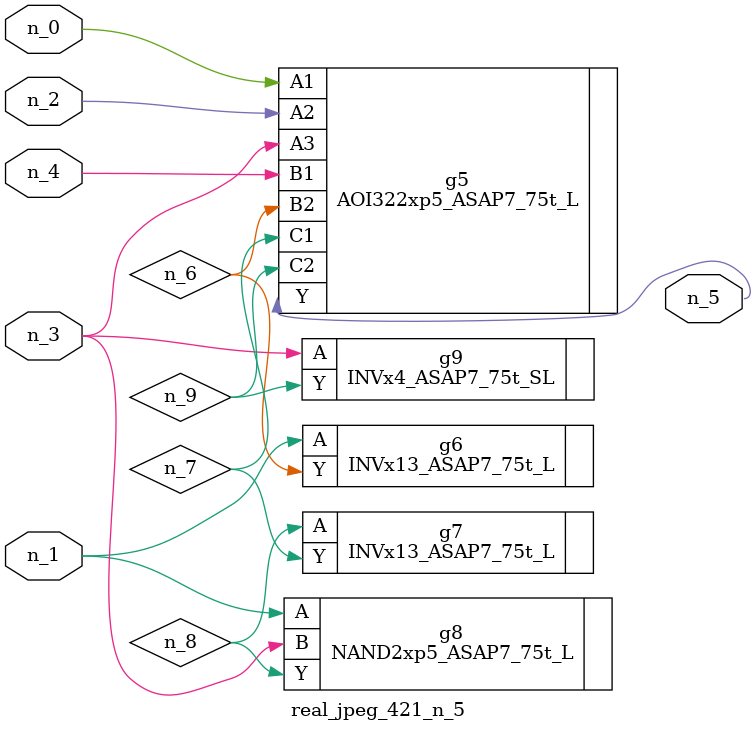
<source format=v>
module real_jpeg_421_n_5 (n_4, n_0, n_1, n_2, n_3, n_5);

input n_4;
input n_0;
input n_1;
input n_2;
input n_3;

output n_5;

wire n_8;
wire n_6;
wire n_7;
wire n_9;

AOI322xp5_ASAP7_75t_L g5 ( 
.A1(n_0),
.A2(n_2),
.A3(n_3),
.B1(n_4),
.B2(n_6),
.C1(n_7),
.C2(n_9),
.Y(n_5)
);

INVx13_ASAP7_75t_L g6 ( 
.A(n_1),
.Y(n_6)
);

NAND2xp5_ASAP7_75t_L g8 ( 
.A(n_1),
.B(n_3),
.Y(n_8)
);

INVx4_ASAP7_75t_SL g9 ( 
.A(n_3),
.Y(n_9)
);

INVx13_ASAP7_75t_L g7 ( 
.A(n_8),
.Y(n_7)
);


endmodule
</source>
